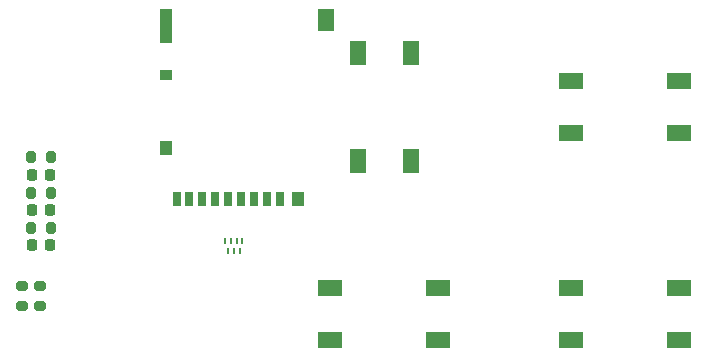
<source format=gbp>
%TF.GenerationSoftware,KiCad,Pcbnew,8.0.2*%
%TF.CreationDate,2024-06-21T01:26:05+01:00*%
%TF.ProjectId,ESP32S3_PCB_V1,45535033-3253-4335-9f50-43425f56312e,1*%
%TF.SameCoordinates,Original*%
%TF.FileFunction,Paste,Bot*%
%TF.FilePolarity,Positive*%
%FSLAX46Y46*%
G04 Gerber Fmt 4.6, Leading zero omitted, Abs format (unit mm)*
G04 Created by KiCad (PCBNEW 8.0.2) date 2024-06-21 01:26:05*
%MOMM*%
%LPD*%
G01*
G04 APERTURE LIST*
G04 Aperture macros list*
%AMRoundRect*
0 Rectangle with rounded corners*
0 $1 Rounding radius*
0 $2 $3 $4 $5 $6 $7 $8 $9 X,Y pos of 4 corners*
0 Add a 4 corners polygon primitive as box body*
4,1,4,$2,$3,$4,$5,$6,$7,$8,$9,$2,$3,0*
0 Add four circle primitives for the rounded corners*
1,1,$1+$1,$2,$3*
1,1,$1+$1,$4,$5*
1,1,$1+$1,$6,$7*
1,1,$1+$1,$8,$9*
0 Add four rect primitives between the rounded corners*
20,1,$1+$1,$2,$3,$4,$5,0*
20,1,$1+$1,$4,$5,$6,$7,0*
20,1,$1+$1,$6,$7,$8,$9,0*
20,1,$1+$1,$8,$9,$2,$3,0*%
G04 Aperture macros list end*
%ADD10R,0.750000X1.250000*%
%ADD11R,1.050000X1.250000*%
%ADD12R,1.000000X1.200000*%
%ADD13R,1.050000X0.850000*%
%ADD14R,1.050000X2.849999*%
%ADD15R,1.350000X1.950000*%
%ADD16R,1.400000X2.100000*%
%ADD17RoundRect,0.200000X0.200000X0.275000X-0.200000X0.275000X-0.200000X-0.275000X0.200000X-0.275000X0*%
%ADD18R,2.100000X1.400000*%
%ADD19RoundRect,0.218750X0.218750X0.256250X-0.218750X0.256250X-0.218750X-0.256250X0.218750X-0.256250X0*%
%ADD20RoundRect,0.200000X0.275000X-0.200000X0.275000X0.200000X-0.275000X0.200000X-0.275000X-0.200000X0*%
%ADD21RoundRect,0.200000X-0.275000X0.200000X-0.275000X-0.200000X0.275000X-0.200000X0.275000X0.200000X0*%
%ADD22R,0.200000X0.530000*%
G04 APERTURE END LIST*
D10*
%TO.C,J5*%
X147800014Y-93484950D03*
X146700014Y-93484950D03*
X145600013Y-93484950D03*
X144500013Y-93484950D03*
X143400015Y-93484950D03*
X142300015Y-93484950D03*
X141200014Y-93484950D03*
X140100014Y-93484950D03*
X139150014Y-93484950D03*
D11*
X149350054Y-93484950D03*
D12*
X138199962Y-89184951D03*
D13*
X138199962Y-82984950D03*
D14*
X138199962Y-78834948D03*
D15*
X151699935Y-78384949D03*
%TD*%
D16*
%TO.C,MENU*%
X154420000Y-90275000D03*
X154420000Y-81175000D03*
X158880000Y-90275000D03*
X158880000Y-81175000D03*
%TD*%
D17*
%TO.C,R32*%
X128415000Y-92990000D03*
X126765000Y-92990000D03*
%TD*%
D18*
%TO.C,SLEEP*%
X172500000Y-101020000D03*
X181600000Y-101020000D03*
X172500000Y-105480000D03*
X181600000Y-105480000D03*
%TD*%
D19*
%TO.C,CHG*%
X128377501Y-94450000D03*
X126802499Y-94450000D03*
%TD*%
D18*
%TO.C,S-MENU*%
X152100000Y-101020000D03*
X161200000Y-101020000D03*
X152100000Y-105480000D03*
X161200000Y-105480000D03*
%TD*%
D20*
%TO.C,R6*%
X127500000Y-102550000D03*
X127500000Y-100900000D03*
%TD*%
D19*
%TO.C,ERR*%
X128377501Y-97450000D03*
X126802499Y-97450000D03*
%TD*%
D21*
%TO.C,R5*%
X126025000Y-100900000D03*
X126025000Y-102550000D03*
%TD*%
D18*
%TO.C,ACT*%
X172500000Y-83495000D03*
X181600000Y-83495000D03*
X172500000Y-87955000D03*
X181600000Y-87955000D03*
%TD*%
D19*
%TO.C,SYNC*%
X128377501Y-91450000D03*
X126802499Y-91450000D03*
%TD*%
D17*
%TO.C,R30*%
X128415000Y-95990000D03*
X126765000Y-95990000D03*
%TD*%
D22*
%TO.C,U9*%
X143150000Y-97110000D03*
X143650000Y-97110000D03*
X144150000Y-97110000D03*
X144650000Y-97110000D03*
X144400000Y-97940000D03*
X143900000Y-97940000D03*
X143400000Y-97940000D03*
%TD*%
D17*
%TO.C,R36*%
X128415000Y-89990000D03*
X126765000Y-89990000D03*
%TD*%
M02*

</source>
